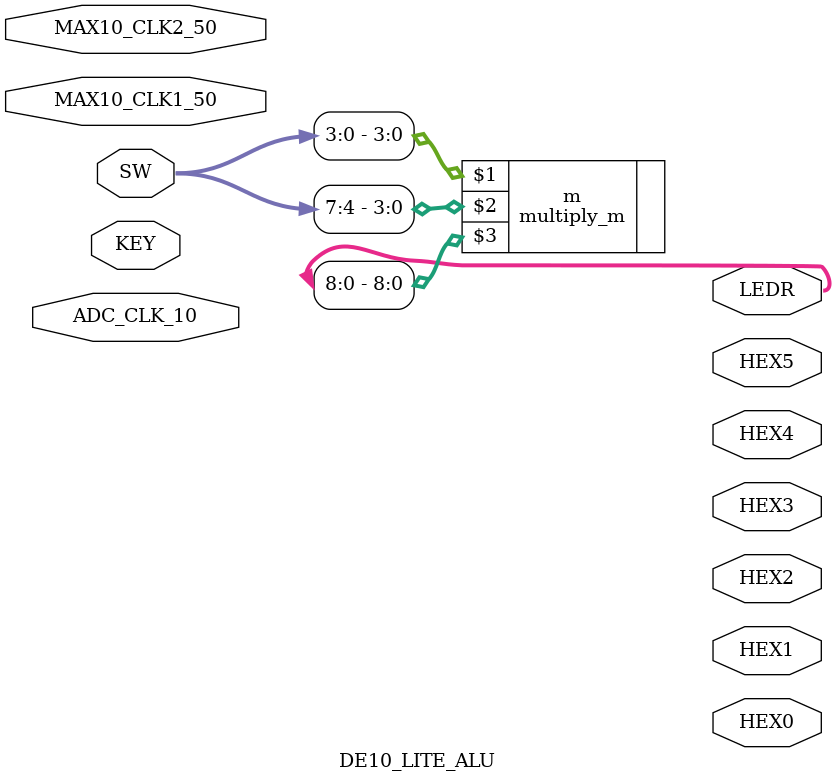
<source format=v>


module DE10_LITE_ALU(

	//////////// CLOCK //////////
	input 		          		ADC_CLK_10,
	input 		          		MAX10_CLK1_50,
	input 		          		MAX10_CLK2_50,

	//////////// SEG7 //////////
	output		     [7:0]		HEX0,
	output		     [7:0]		HEX1,
	output		     [7:0]		HEX2,
	output		     [7:0]		HEX3,
	output		     [7:0]		HEX4,
	output		     [7:0]		HEX5,

	//////////// KEY //////////
	input 		     [1:0]		KEY,

	//////////// LED //////////
	output		     [9:0]		LEDR,

	//////////// SW //////////
	input 		     [9:0]		SW
);



//=======================================================
//  REG/WIRE declarations
//=======================================================

//reg [3:0] x = 4'd1;
//reg [3:0] y = 4'd2;
//wire [3:0] out = { LEDR[3], LEDR[2], LEDR[1], LEDR[0] };
//wire carry_out = LEDR[4];

//ripple_carry_adder adder_1(4'd1, 4'd2, { LEDR[3], LEDR[2], LEDR[1], LEDR[0] }, LEDR[4] );
multiply_m m(SW[3:0], SW[7:4], LEDR[8:0]);

//$display({ LEDR[3], LEDR[2], LEDR[1], LEDR[0] });


//=======================================================
//  Structural coding
//=======================================================



endmodule

</source>
